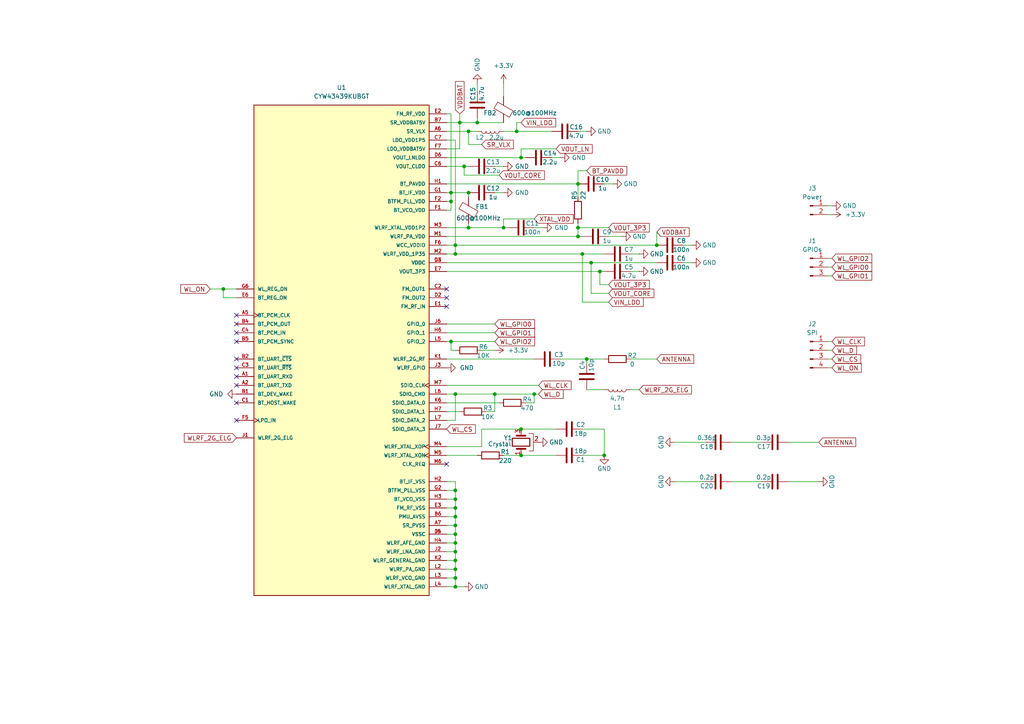
<source format=kicad_sch>
(kicad_sch (version 20231120) (generator "eeschema") (generator_version "8.0")
  (paper "A4")
  (lib_symbols
    (symbol "CYW43439:CYW43439KUBGT" (pin_names (offset 1.016))
      (property "Reference" "U" (at -25.4 73.66 0))
      (property "Value" "CYW43439KUBGT" (at -25.4 -73.66 0))
      (symbol "CYW43439KUBGT_0_0"
        (rectangle (start -25.4 -71.12) (end 25.4 71.12) (stroke (width 0.254)) (fill (type background)))
        (pin input line (at -30.48 -7.62 0) (length 5.08) (name "BT_UART_RXD") (number "A1"))
        (pin output line (at -30.48 -10.16 0) (length 5.08) (name "BT_UART_TXD") (number "A2"))
        (pin bidirectional clock (at -30.48 10.16 0) (length 5.08) (name "BT_PCM_CLK") (number "A5"))
        (pin power_in line (at 30.48 63.5 180) (length 5.08) (name "SR_VLX") (number "A6"))
        (pin power_in line (at 30.48 -50.8 180) (length 5.08) (name "SR_PVSS") (number "A7"))
        (pin bidirectional line (at -30.48 -12.7 0) (length 5.08) (name "BT_DEV_WAKE") (number "B1"))
        (pin input line (at -30.48 -2.54 0) (length 5.08) (name "BT_UART_~{CTS}") (number "B2"))
        (pin output line (at -30.48 7.62 0) (length 5.08) (name "BT_PCM_OUT") (number "B4"))
        (pin bidirectional line (at -30.48 2.54 0) (length 5.08) (name "BT_PCM_SYNC") (number "B5"))
        (pin power_in line (at 30.48 -48.26 180) (length 5.08) (name "PMU_AVSS") (number "B6"))
        (pin power_in line (at 30.48 66.04 180) (length 5.08) (name "SR_VDDBAT5V") (number "B7"))
        (pin bidirectional line (at -30.48 -15.24 0) (length 5.08) (name "BT_HOST_WAKE") (number "C1"))
        (pin output line (at 30.48 17.78 180) (length 5.08) (name "FM_OUT1") (number "C2"))
        (pin output line (at -30.48 -5.08 0) (length 5.08) (name "BT_UART_~{RTS}") (number "C3"))
        (pin input line (at -30.48 5.08 0) (length 5.08) (name "BT_PCM_IN") (number "C4"))
        (pin power_in line (at 30.48 53.34 180) (length 5.08) (name "VOUT_CLDO") (number "C6"))
        (pin power_in line (at 30.48 60.96 180) (length 5.08) (name "LDO_VDD1P5") (number "C7"))
        (pin output line (at 30.48 15.24 180) (length 5.08) (name "FM_OUT2") (number "D2"))
        (pin power_in line (at 30.48 25.4 180) (length 5.08) (name "VDDC") (number "D3"))
        (pin power_in line (at 30.48 -53.34 180) (length 5.08) (name "VSSC") (number "D4"))
        (pin power_in line (at 30.48 55.88 180) (length 5.08) (name "VOUT_LNLDO") (number "D6"))
        (pin input line (at 30.48 12.7 180) (length 5.08) (name "FM_RF_IN") (number "E1"))
        (pin bidirectional line (at 30.48 68.58 180) (length 5.08) (name "FM_RF_VDD") (number "E2"))
        (pin power_in line (at 30.48 -45.72 180) (length 5.08) (name "FM_RF_VSS") (number "E3"))
        (pin input line (at -30.48 15.24 0) (length 5.08) (name "BT_REG_ON") (number "E6"))
        (pin power_in line (at 30.48 22.86 180) (length 5.08) (name "VOUT_3P3") (number "E7"))
        (pin power_in line (at 30.48 40.64 180) (length 5.08) (name "BT_VCO_VDD") (number "F1"))
        (pin power_in line (at 30.48 43.18 180) (length 5.08) (name "BTFM_PLL_VDD") (number "F2"))
        (pin input clock (at -30.48 -20.32 0) (length 5.08) (name "LPO_IN") (number "F5"))
        (pin power_in line (at 30.48 30.48 180) (length 5.08) (name "WCC_VDDIO") (number "F6"))
        (pin power_in line (at 30.48 58.42 180) (length 5.08) (name "LDO_VDDBAT5V") (number "F7"))
        (pin power_in line (at 30.48 45.72 180) (length 5.08) (name "BT_IF_VDD") (number "G1"))
        (pin power_in line (at 30.48 -40.64 180) (length 5.08) (name "BTFM_PLL_VSS") (number "G2"))
        (pin power_in line (at 30.48 25.4 180) (length 5.08) (name "VDDC") (number "G4"))
        (pin input line (at -30.48 17.78 0) (length 5.08) (name "WL_REG_ON") (number "G6"))
        (pin power_in line (at 30.48 48.26 180) (length 5.08) (name "BT_PAVDD") (number "H1"))
        (pin power_in line (at 30.48 -38.1 180) (length 5.08) (name "BT_IF_VSS") (number "H2"))
        (pin power_in line (at 30.48 -43.18 180) (length 5.08) (name "BT_VCO_VSS") (number "H3"))
        (pin power_in line (at 30.48 -55.88 180) (length 5.08) (name "WLRF_AFE_GND") (number "H4"))
        (pin bidirectional line (at 30.48 5.08 180) (length 5.08) (name "GPIO_1") (number "H6"))
        (pin bidirectional line (at 30.48 -17.78 180) (length 5.08) (name "SDIO_DATA_1") (number "H7"))
        (pin input line (at -30.48 -25.4 0) (length 5.08) (name "WLRF_2G_ELG") (number "J1"))
        (pin power_in line (at 30.48 -58.42 180) (length 5.08) (name "WLRF_LNA_GND") (number "J2"))
        (pin bidirectional line (at 30.48 -5.08 180) (length 5.08) (name "WLRF_GPIO") (number "J3"))
        (pin power_in line (at 30.48 -53.34 180) (length 5.08) (name "VSSC") (number "J5"))
        (pin bidirectional line (at 30.48 7.62 180) (length 5.08) (name "GPIO_0") (number "J6"))
        (pin bidirectional line (at 30.48 -22.86 180) (length 5.08) (name "SDIO_DATA_3") (number "J7"))
        (pin output line (at 30.48 -2.54 180) (length 5.08) (name "WLRF_2G_RF") (number "K1"))
        (pin power_in line (at 30.48 -60.96 180) (length 5.08) (name "WLRF_GENERAL_GND") (number "K2"))
        (pin bidirectional line (at 30.48 -15.24 180) (length 5.08) (name "SDIO_DATA_0") (number "K6"))
        (pin power_in line (at 30.48 -63.5 180) (length 5.08) (name "WLRF_PA_GND") (number "L2"))
        (pin power_in line (at 30.48 -66.04 180) (length 5.08) (name "WLRF_VCO_GND") (number "L3"))
        (pin power_in line (at 30.48 -68.58 180) (length 5.08) (name "WLRF_XTAL_GND") (number "L4"))
        (pin bidirectional line (at 30.48 2.54 180) (length 5.08) (name "GPIO_2") (number "L5"))
        (pin bidirectional line (at 30.48 -12.7 180) (length 5.08) (name "SDIO_CMD") (number "L6"))
        (pin bidirectional line (at 30.48 -20.32 180) (length 5.08) (name "SDIO_DATA_2") (number "L7"))
        (pin power_in line (at 30.48 33.02 180) (length 5.08) (name "WLRF_PA_VDD") (number "M1"))
        (pin power_in line (at 30.48 27.94 180) (length 5.08) (name "WLRF_VDD_1P35") (number "M2"))
        (pin power_in line (at 30.48 35.56 180) (length 5.08) (name "WLRF_XTAL_VDD1P2") (number "M3"))
        (pin input clock (at 30.48 -27.94 180) (length 5.08) (name "WLRF_XTAL_XOP") (number "M4"))
        (pin output clock (at 30.48 -30.48 180) (length 5.08) (name "WLRF_XTAL_XON") (number "M5"))
        (pin output line (at 30.48 -33.02 180) (length 5.08) (name "CLK_REQ") (number "M6"))
        (pin input clock (at 30.48 -10.16 180) (length 5.08) (name "SDIO_CLK") (number "M7"))
      )
    )
    (symbol "Connector:Conn_01x02_Pin" (pin_names (offset 1.016) hide)
      (property "Reference" "J" (at 0 2.54 0))
      (property "Value" "Conn_01x02_Pin" (at 0 -5.08 0))
      (symbol "Conn_01x02_Pin_1_1"
        (polyline (pts (xy 1.27 -2.54) (xy 0.8636 -2.54)) (stroke (width 0.1524)))
        (polyline (pts (xy 1.27 0) (xy 0.8636 0)) (stroke (width 0.1524)))
        (rectangle (start 0.8636 -2.413) (end 0 -2.667) (stroke (width 0.1524)) (fill (type outline)))
        (rectangle (start 0.8636 0.127) (end 0 -0.127) (stroke (width 0.1524)) (fill (type outline)))
        (pin passive line (at 5.08 0 180) (length 3.81) (name "Pin_1") (number "1"))
        (pin passive line (at 5.08 -2.54 180) (length 3.81) (name "Pin_2") (number "2"))
      )
    )
    (symbol "Connector:Conn_01x03_Pin" (pin_names (offset 1.016) hide)
      (property "Reference" "J" (at 0 5.08 0))
      (property "Value" "Conn_01x03_Pin" (at 0 -5.08 0))
      (symbol "Conn_01x03_Pin_1_1"
        (polyline (pts (xy 1.27 -2.54) (xy 0.8636 -2.54)) (stroke (width 0.1524)))
        (polyline (pts (xy 1.27 0) (xy 0.8636 0)) (stroke (width 0.1524)))
        (polyline (pts (xy 1.27 2.54) (xy 0.8636 2.54)) (stroke (width 0.1524)))
        (rectangle (start 0.8636 -2.413) (end 0 -2.667) (stroke (width 0.1524)) (fill (type outline)))
        (rectangle (start 0.8636 0.127) (end 0 -0.127) (stroke (width 0.1524)) (fill (type outline)))
        (rectangle (start 0.8636 2.667) (end 0 2.413) (stroke (width 0.1524)) (fill (type outline)))
        (pin passive line (at 5.08 2.54 180) (length 3.81) (name "Pin_1") (number "1"))
        (pin passive line (at 5.08 0 180) (length 3.81) (name "Pin_2") (number "2"))
        (pin passive line (at 5.08 -2.54 180) (length 3.81) (name "Pin_3") (number "3"))
      )
    )
    (symbol "Connector:Conn_01x04_Pin" (pin_names (offset 1.016) hide)
      (property "Reference" "J" (at 0 5.08 0))
      (property "Value" "Conn_01x04_Pin" (at 0 -7.62 0))
      (symbol "Conn_01x04_Pin_1_1"
        (polyline (pts (xy 1.27 -5.08) (xy 0.8636 -5.08)) (stroke (width 0.1524)))
        (polyline (pts (xy 1.27 -2.54) (xy 0.8636 -2.54)) (stroke (width 0.1524)))
        (polyline (pts (xy 1.27 0) (xy 0.8636 0)) (stroke (width 0.1524)))
        (polyline (pts (xy 1.27 2.54) (xy 0.8636 2.54)) (stroke (width 0.1524)))
        (rectangle (start 0.8636 -4.953) (end 0 -5.207) (stroke (width 0.1524)) (fill (type outline)))
        (rectangle (start 0.8636 -2.413) (end 0 -2.667) (stroke (width 0.1524)) (fill (type outline)))
        (rectangle (start 0.8636 0.127) (end 0 -0.127) (stroke (width 0.1524)) (fill (type outline)))
        (rectangle (start 0.8636 2.667) (end 0 2.413) (stroke (width 0.1524)) (fill (type outline)))
        (pin passive line (at 5.08 2.54 180) (length 3.81) (name "Pin_1") (number "1"))
        (pin passive line (at 5.08 0 180) (length 3.81) (name "Pin_2") (number "2"))
        (pin passive line (at 5.08 -2.54 180) (length 3.81) (name "Pin_3") (number "3"))
        (pin passive line (at 5.08 -5.08 180) (length 3.81) (name "Pin_4") (number "4"))
      )
    )
    (symbol "Device:C" (pin_numbers hide) (pin_names (offset 0.254))
      (property "Reference" "C" (at 0.635 2.54 0))
      (property "Value" "C" (at 0.635 -2.54 0))
      (symbol "C_0_1"
        (polyline (pts (xy -2.032 -0.762) (xy 2.032 -0.762)) (stroke (width 0.508)))
        (polyline (pts (xy -2.032 0.762) (xy 2.032 0.762)) (stroke (width 0.508)))
      )
      (symbol "C_1_1"
        (pin passive line (at 0 3.81 270) (length 2.794) (name "~") (number "1"))
        (pin passive line (at 0 -3.81 90) (length 2.794) (name "~") (number "2"))
      )
    )
    (symbol "Device:Crystal_GND2" (pin_names (offset 1.016) hide)
      (property "Reference" "Y" (at 0 5.715 0))
      (property "Value" "Crystal_GND2" (at 0 3.81 0))
      (symbol "Crystal_GND2_0_1"
        (rectangle (start -1.143 2.54) (end 1.143 -2.54) (stroke (width 0.3048)))
        (polyline (pts (xy -2.54 0) (xy -1.905 0)))
        (polyline (pts (xy -1.905 -1.27) (xy -1.905 1.27)) (stroke (width 0.508)))
        (polyline (pts (xy 0 -3.81) (xy 0 -3.556)))
        (polyline (pts (xy 1.905 0) (xy 2.54 0)))
        (polyline (pts (xy 1.905 1.27) (xy 1.905 -1.27)) (stroke (width 0.508)))
        (polyline (pts (xy -2.54 -2.286) (xy -2.54 -3.556) (xy 2.54 -3.556) (xy 2.54 -2.286)))
      )
      (symbol "Crystal_GND2_1_1"
        (pin passive line (at -3.81 0 0) (length 1.27) (name "1") (number "1"))
        (pin passive line (at 0 -5.08 90) (length 1.27) (name "2") (number "2"))
        (pin passive line (at 3.81 0 180) (length 1.27) (name "3") (number "3"))
      )
    )
    (symbol "Device:FerriteBead" (pin_numbers hide) (pin_names (offset 0))
      (property "Reference" "FB" (at -3.81 0.635 90))
      (property "Value" "FerriteBead" (at 3.81 0 90))
      (symbol "FerriteBead_0_1"
        (polyline (pts (xy 0 -1.27) (xy 0 -1.2192)))
        (polyline (pts (xy 0 1.27) (xy 0 1.2954)))
        (polyline (pts (xy -2.7686 0.4064) (xy -1.7018 2.2606) (xy 2.7686 -0.3048) (xy 1.6764 -2.159) (xy -2.7686 0.4064)))
      )
      (symbol "FerriteBead_1_1"
        (pin passive line (at 0 3.81 270) (length 2.54) (name "~") (number "1"))
        (pin passive line (at 0 -3.81 90) (length 2.54) (name "~") (number "2"))
      )
    )
    (symbol "Device:L" (pin_numbers hide) (pin_names (offset 1.016) hide)
      (property "Reference" "L" (at -1.27 0 90))
      (property "Value" "L" (at 1.905 0 90))
      (symbol "L_0_1"
        (arc (start 0 -2.54) (mid 0.6323 -1.905) (end 0 -1.27))
        (arc (start 0 -1.27) (mid 0.6323 -0.635) (end 0 0))
        (arc (start 0 0) (mid 0.6323 0.635) (end 0 1.27))
        (arc (start 0 1.27) (mid 0.6323 1.905) (end 0 2.54))
      )
      (symbol "L_1_1"
        (pin passive line (at 0 3.81 270) (length 1.27) (name "1") (number "1"))
        (pin passive line (at 0 -3.81 90) (length 1.27) (name "2") (number "2"))
      )
    )
    (symbol "Device:R" (pin_numbers hide) (pin_names (offset 0))
      (property "Reference" "R" (at 2.032 0 90))
      (property "Value" "R" (at 0 0 90))
      (symbol "R_0_1"
        (rectangle (start -1.016 -2.54) (end 1.016 2.54) (stroke (width 0.254)))
      )
      (symbol "R_1_1"
        (pin passive line (at 0 3.81 270) (length 1.27) (name "~") (number "1"))
        (pin passive line (at 0 -3.81 90) (length 1.27) (name "~") (number "2"))
      )
    )
    (symbol "power:+3.3V" (power) (pin_numbers hide) (pin_names (offset 0) hide)
      (property "Value" "+3.3V" (at 0 3.556 0))
      (symbol "+3.3V_0_1"
        (polyline (pts (xy -0.762 1.27) (xy 0 2.54)))
        (polyline (pts (xy 0 0) (xy 0 2.54)))
        (polyline (pts (xy 0 2.54) (xy 0.762 1.27)))
      )
      (symbol "+3.3V_1_1"
        (pin power_in line (at 0 0 90) (length 0) (name "~") (number "1"))
      )
    )
    (symbol "power:GND" (power) (pin_numbers hide) (pin_names (offset 0) hide)
      (property "Value" "GND" (at 0 -3.81 0))
      (symbol "GND_0_1"
        (polyline (pts (xy 0 0) (xy 0 -1.27) (xy 1.27 -1.27) (xy 0 -2.54) (xy -1.27 -1.27) (xy 0 -1.27)))
      )
      (symbol "GND_1_1"
        (pin power_in line (at 0 0 270) (length 0) (name "~") (number "1"))
      )
    )
  )
  (junction (at 146.05 66.04))
  (junction (at 151.13 45.72))
  (junction (at 151.13 132.08))
  (junction (at 190.5 71.12))
  (junction (at 135.89 55.88))
  (junction (at 132.08 142.24))
  (junction (at 132.08 162.56))
  (junction (at 130.81 99.06))
  (junction (at 130.81 58.42))
  (junction (at 170.18 104.14))
  (junction (at 133.35 35.56))
  (junction (at 134.62 48.26))
  (junction (at 132.08 144.78))
  (junction (at 132.08 73.66))
  (junction (at 132.08 157.48))
  (junction (at 167.64 53.34))
  (junction (at 132.08 147.32))
  (junction (at 173.99 78.74))
  (junction (at 130.81 55.88))
  (junction (at 171.45 76.2))
  (junction (at 132.08 167.64))
  (junction (at 132.08 160.02))
  (junction (at 135.89 38.1))
  (junction (at 143.51 114.3))
  (junction (at 175.26 132.08))
  (junction (at 132.08 154.94))
  (junction (at 132.08 114.3))
  (junction (at 135.89 66.04))
  (junction (at 154.94 114.3))
  (junction (at 138.43 35.56))
  (junction (at 132.08 170.18))
  (junction (at 64.77 83.82))
  (junction (at 167.64 66.04))
  (junction (at 132.08 165.1))
  (junction (at 149.86 38.1))
  (junction (at 168.91 73.66))
  (junction (at 132.08 71.12))
  (junction (at 132.08 149.86))
  (junction (at 151.13 124.46))
  (junction (at 132.08 152.4))
  (junction (at 167.64 68.58))
  (no_connect (at 129.54 134.62))
  (no_connect (at 129.54 88.9))
  (no_connect (at 129.54 83.82))
  (no_connect (at 129.54 86.36))
  (no_connect (at 68.58 106.68))
  (no_connect (at 68.58 99.06))
  (no_connect (at 68.58 121.92))
  (no_connect (at 68.58 93.98))
  (no_connect (at 68.58 109.22))
  (no_connect (at 68.58 116.84))
  (no_connect (at 68.58 111.76))
  (no_connect (at 68.58 96.52))
  (no_connect (at 68.58 104.14))
  (no_connect (at 68.58 91.44))
  (wire (pts (xy 154.94 116.84) (xy 154.94 114.3)))
  (wire (pts (xy 132.08 114.3) (xy 143.51 114.3)))
  (wire (pts (xy 241.3 74.93) (xy 240.03 74.93)))
  (wire (pts (xy 138.43 35.56) (xy 146.05 35.56)))
  (wire (pts (xy 129.54 38.1) (xy 135.89 38.1)))
  (wire (pts (xy 130.81 58.42) (xy 130.81 55.88)))
  (wire (pts (xy 160.02 45.72) (xy 162.56 45.72)))
  (wire (pts (xy 146.05 63.5) (xy 146.05 66.04)))
  (wire (pts (xy 132.08 139.7) (xy 129.54 139.7)))
  (wire (pts (xy 132.08 149.86) (xy 132.08 152.4)))
  (wire (pts (xy 129.54 119.38) (xy 133.35 119.38)))
  (wire (pts (xy 162.56 104.14) (xy 170.18 104.14)))
  (wire (pts (xy 200.66 76.2) (xy 198.12 76.2)))
  (wire (pts (xy 170.18 104.14) (xy 175.26 104.14)))
  (wire (pts (xy 170.18 38.1) (xy 167.64 38.1)))
  (wire (pts (xy 212.09 139.7) (xy 220.98 139.7)))
  (wire (pts (xy 228.6 139.7) (xy 237.49 139.7)))
  (wire (pts (xy 129.54 76.2) (xy 171.45 76.2)))
  (wire (pts (xy 170.18 49.53) (xy 167.64 49.53)))
  (wire (pts (xy 135.89 64.77) (xy 135.89 66.04)))
  (wire (pts (xy 132.08 165.1) (xy 129.54 165.1)))
  (wire (pts (xy 132.08 71.12) (xy 132.08 73.66)))
  (wire (pts (xy 241.3 80.01) (xy 240.03 80.01)))
  (wire (pts (xy 130.81 60.96) (xy 130.81 58.42)))
  (wire (pts (xy 167.64 64.77) (xy 167.64 66.04)))
  (wire (pts (xy 130.81 55.88) (xy 135.89 55.88)))
  (wire (pts (xy 132.08 71.12) (xy 190.5 71.12)))
  (wire (pts (xy 170.18 104.14) (xy 170.18 105.41)))
  (wire (pts (xy 132.08 142.24) (xy 132.08 144.78)))
  (wire (pts (xy 132.08 73.66) (xy 168.91 73.66)))
  (wire (pts (xy 151.13 43.18) (xy 151.13 45.72)))
  (wire (pts (xy 129.54 43.18) (xy 133.35 43.18)))
  (wire (pts (xy 228.6 128.27) (xy 237.49 128.27)))
  (wire (pts (xy 167.64 66.04) (xy 176.53 66.04)))
  (wire (pts (xy 132.08 147.32) (xy 129.54 147.32)))
  (wire (pts (xy 132.08 101.6) (xy 130.81 101.6)))
  (wire (pts (xy 146.05 38.1) (xy 149.86 38.1)))
  (wire (pts (xy 151.13 132.08) (xy 161.29 132.08)))
  (wire (pts (xy 130.81 33.02) (xy 130.81 55.88)))
  (wire (pts (xy 143.51 93.98) (xy 129.54 93.98)))
  (wire (pts (xy 133.35 33.02) (xy 133.35 35.56)))
  (wire (pts (xy 176.53 85.09) (xy 171.45 85.09)))
  (wire (pts (xy 132.08 170.18) (xy 129.54 170.18)))
  (wire (pts (xy 173.99 78.74) (xy 175.26 78.74)))
  (wire (pts (xy 171.45 85.09) (xy 171.45 76.2)))
  (wire (pts (xy 132.08 154.94) (xy 129.54 154.94)))
  (wire (pts (xy 185.42 73.66) (xy 182.88 73.66)))
  (wire (pts (xy 143.51 114.3) (xy 154.94 114.3)))
  (wire (pts (xy 133.35 35.56) (xy 138.43 35.56)))
  (wire (pts (xy 64.77 86.36) (xy 64.77 83.82)))
  (wire (pts (xy 173.99 82.55) (xy 173.99 78.74)))
  (wire (pts (xy 143.51 101.6) (xy 139.7 101.6)))
  (wire (pts (xy 132.08 165.1) (xy 132.08 167.64)))
  (wire (pts (xy 129.54 33.02) (xy 130.81 33.02)))
  (wire (pts (xy 168.91 73.66) (xy 175.26 73.66)))
  (wire (pts (xy 143.51 96.52) (xy 129.54 96.52)))
  (wire (pts (xy 132.08 139.7) (xy 132.08 142.24)))
  (wire (pts (xy 129.54 66.04) (xy 135.89 66.04)))
  (wire (pts (xy 154.94 66.04) (xy 157.48 66.04)))
  (wire (pts (xy 177.8 53.34) (xy 175.26 53.34)))
  (wire (pts (xy 241.3 99.06) (xy 240.03 99.06)))
  (wire (pts (xy 241.3 106.68) (xy 240.03 106.68)))
  (wire (pts (xy 146.05 24.13) (xy 146.05 27.94)))
  (wire (pts (xy 132.08 162.56) (xy 129.54 162.56)))
  (wire (pts (xy 151.13 124.46) (xy 161.29 124.46)))
  (wire (pts (xy 176.53 87.63) (xy 168.91 87.63)))
  (wire (pts (xy 129.54 111.76) (xy 156.21 111.76)))
  (wire (pts (xy 132.08 152.4) (xy 129.54 152.4)))
  (wire (pts (xy 129.54 116.84) (xy 144.78 116.84)))
  (wire (pts (xy 138.43 26.67) (xy 138.43 24.13)))
  (wire (pts (xy 132.08 160.02) (xy 129.54 160.02)))
  (wire (pts (xy 132.08 167.64) (xy 129.54 167.64)))
  (wire (pts (xy 154.94 114.3) (xy 156.21 114.3)))
  (wire (pts (xy 132.08 167.64) (xy 132.08 170.18)))
  (wire (pts (xy 129.54 35.56) (xy 133.35 35.56)))
  (wire (pts (xy 154.94 63.5) (xy 146.05 63.5)))
  (wire (pts (xy 129.54 121.92) (xy 132.08 121.92)))
  (wire (pts (xy 129.54 40.64) (xy 132.08 40.64)))
  (wire (pts (xy 185.42 78.74) (xy 182.88 78.74)))
  (wire (pts (xy 168.91 68.58) (xy 167.64 68.58)))
  (wire (pts (xy 129.54 68.58) (xy 167.64 68.58)))
  (wire (pts (xy 241.3 62.23) (xy 240.03 62.23)))
  (wire (pts (xy 149.86 38.1) (xy 160.02 38.1)))
  (wire (pts (xy 132.08 40.64) (xy 132.08 71.12)))
  (wire (pts (xy 132.08 149.86) (xy 129.54 149.86)))
  (wire (pts (xy 195.58 128.27) (xy 204.47 128.27)))
  (wire (pts (xy 185.42 113.03) (xy 182.88 113.03)))
  (wire (pts (xy 129.54 132.08) (xy 138.43 132.08)))
  (wire (pts (xy 132.08 157.48) (xy 129.54 157.48)))
  (wire (pts (xy 132.08 121.92) (xy 132.08 114.3)))
  (wire (pts (xy 135.89 66.04) (xy 146.05 66.04)))
  (wire (pts (xy 190.5 67.31) (xy 190.5 71.12)))
  (wire (pts (xy 139.7 41.91) (xy 135.89 41.91)))
  (wire (pts (xy 129.54 129.54) (xy 139.7 129.54)))
  (wire (pts (xy 143.51 99.06) (xy 130.81 99.06)))
  (wire (pts (xy 147.32 66.04) (xy 146.05 66.04)))
  (wire (pts (xy 129.54 45.72) (xy 151.13 45.72)))
  (wire (pts (xy 143.51 55.88) (xy 146.05 55.88)))
  (wire (pts (xy 241.3 104.14) (xy 240.03 104.14)))
  (wire (pts (xy 132.08 147.32) (xy 132.08 149.86)))
  (wire (pts (xy 241.3 77.47) (xy 240.03 77.47)))
  (wire (pts (xy 60.96 83.82) (xy 64.77 83.82)))
  (wire (pts (xy 129.54 114.3) (xy 132.08 114.3)))
  (wire (pts (xy 195.58 139.7) (xy 204.47 139.7)))
  (wire (pts (xy 151.13 45.72) (xy 152.4 45.72)))
  (wire (pts (xy 132.08 144.78) (xy 132.08 147.32)))
  (wire (pts (xy 175.26 113.03) (xy 170.18 113.03)))
  (wire (pts (xy 143.51 48.26) (xy 146.05 48.26)))
  (wire (pts (xy 133.35 43.18) (xy 133.35 35.56)))
  (wire (pts (xy 168.91 124.46) (xy 175.26 124.46)))
  (wire (pts (xy 132.08 142.24) (xy 129.54 142.24)))
  (wire (pts (xy 168.91 87.63) (xy 168.91 73.66)))
  (wire (pts (xy 152.4 116.84) (xy 154.94 116.84)))
  (wire (pts (xy 132.08 162.56) (xy 132.08 165.1)))
  (wire (pts (xy 241.3 59.69) (xy 240.03 59.69)))
  (wire (pts (xy 180.34 68.58) (xy 176.53 68.58)))
  (wire (pts (xy 64.77 83.82) (xy 68.58 83.82)))
  (wire (pts (xy 167.64 66.04) (xy 167.64 68.58)))
  (wire (pts (xy 129.54 60.96) (xy 130.81 60.96)))
  (wire (pts (xy 167.64 49.53) (xy 167.64 53.34)))
  (wire (pts (xy 134.62 48.26) (xy 135.89 48.26)))
  (wire (pts (xy 149.86 35.56) (xy 149.86 38.1)))
  (wire (pts (xy 135.89 41.91) (xy 135.89 38.1)))
  (wire (pts (xy 139.7 129.54) (xy 139.7 124.46)))
  (wire (pts (xy 129.54 73.66) (xy 132.08 73.66)))
  (wire (pts (xy 135.89 55.88) (xy 135.89 57.15)))
  (wire (pts (xy 144.78 50.8) (xy 134.62 50.8)))
  (wire (pts (xy 68.58 86.36) (xy 64.77 86.36)))
  (wire (pts (xy 171.45 76.2) (xy 190.5 76.2)))
  (wire (pts (xy 140.97 119.38) (xy 143.51 119.38)))
  (wire (pts (xy 135.89 38.1) (xy 138.43 38.1)))
  (wire (pts (xy 132.08 154.94) (xy 132.08 157.48)))
  (wire (pts (xy 134.62 170.18) (xy 132.08 170.18)))
  (wire (pts (xy 132.08 157.48) (xy 132.08 160.02)))
  (wire (pts (xy 138.43 34.29) (xy 138.43 35.56)))
  (wire (pts (xy 132.08 144.78) (xy 129.54 144.78)))
  (wire (pts (xy 175.26 124.46) (xy 175.26 132.08)))
  (wire (pts (xy 134.62 50.8) (xy 134.62 48.26)))
  (wire (pts (xy 129.54 58.42) (xy 130.81 58.42)))
  (wire (pts (xy 212.09 128.27) (xy 220.98 128.27)))
  (wire (pts (xy 129.54 53.34) (xy 167.64 53.34)))
  (wire (pts (xy 168.91 132.08) (xy 175.26 132.08)))
  (wire (pts (xy 143.51 119.38) (xy 143.51 114.3)))
  (wire (pts (xy 182.88 104.14) (xy 190.5 104.14)))
  (wire (pts (xy 130.81 101.6) (xy 130.81 99.06)))
  (wire (pts (xy 200.66 71.12) (xy 198.12 71.12)))
  (wire (pts (xy 161.29 43.18) (xy 151.13 43.18)))
  (wire (pts (xy 176.53 82.55) (xy 173.99 82.55)))
  (wire (pts (xy 132.08 152.4) (xy 132.08 154.94)))
  (wire (pts (xy 167.64 53.34) (xy 167.64 57.15)))
  (wire (pts (xy 129.54 55.88) (xy 130.81 55.88)))
  (wire (pts (xy 146.05 132.08) (xy 151.13 132.08)))
  (wire (pts (xy 132.08 71.12) (xy 129.54 71.12)))
  (wire (pts (xy 132.08 160.02) (xy 132.08 162.56)))
  (wire (pts (xy 151.13 35.56) (xy 149.86 35.56)))
  (wire (pts (xy 129.54 104.14) (xy 154.94 104.14)))
  (wire (pts (xy 129.54 78.74) (xy 173.99 78.74)))
  (wire (pts (xy 139.7 124.46) (xy 151.13 124.46)))
  (wire (pts (xy 130.81 99.06) (xy 129.54 99.06)))
  (wire (pts (xy 129.54 48.26) (xy 134.62 48.26)))
  (wire (pts (xy 241.3 101.6) (xy 240.03 101.6)))
  (global_label "ANTENNA" (shape input) (at 190.5 104.14 0) (property "Intersheetrefs" "${INTERSHEET_REFS}" (effects (hide yes))))
  (global_label "WLRF_2G_ELG" (shape input) (at 68.58 127 180) (property "Intersheetrefs" "${INTERSHEET_REFS}" (effects (hide yes))))
  (global_label "VOUT_CORE" (shape input) (at 176.53 85.09 0) (property "Intersheetrefs" "${INTERSHEET_REFS}" (effects (hide yes))))
  (global_label "WL_ON" (shape input) (at 60.96 83.82 180) (property "Intersheetrefs" "${INTERSHEET_REFS}" (effects (hide yes))))
  (global_label "VIN_LDO" (shape input) (at 176.53 87.63 0) (property "Intersheetrefs" "${INTERSHEET_REFS}" (effects (hide yes))))
  (global_label "VDDBAT" (shape input) (at 190.5 67.31 0) (property "Intersheetrefs" "${INTERSHEET_REFS}" (effects (hide yes))))
  (global_label "BT_PAVDD" (shape input) (at 170.18 49.53 0) (property "Intersheetrefs" "${INTERSHEET_REFS}" (effects (hide yes))))
  (global_label "WL_CLK" (shape input) (at 241.3 99.06 0) (property "Intersheetrefs" "${INTERSHEET_REFS}" (effects (hide yes))))
  (global_label "WL_ON" (shape input) (at 241.3 106.68 0) (property "Intersheetrefs" "${INTERSHEET_REFS}" (effects (hide yes))))
  (global_label "WL_CS" (shape input) (at 129.54 124.46 0) (property "Intersheetrefs" "${INTERSHEET_REFS}" (effects (hide yes))))
  (global_label "VOUT_CORE" (shape input) (at 144.78 50.8 0) (property "Intersheetrefs" "${INTERSHEET_REFS}" (effects (hide yes))))
  (global_label "WL_D" (shape input) (at 156.21 114.3 0) (property "Intersheetrefs" "${INTERSHEET_REFS}" (effects (hide yes))))
  (global_label "VOUT_3P3" (shape input) (at 176.53 66.04 0) (property "Intersheetrefs" "${INTERSHEET_REFS}" (effects (hide yes))))
  (global_label "ANTENNA" (shape input) (at 237.49 128.27 0) (property "Intersheetrefs" "${INTERSHEET_REFS}" (effects (hide yes))))
  (global_label "WL_CLK" (shape input) (at 156.21 111.76 0) (property "Intersheetrefs" "${INTERSHEET_REFS}" (effects (hide yes))))
  (global_label "VDDBAT" (shape input) (at 133.35 33.02 90) (property "Intersheetrefs" "${INTERSHEET_REFS}" (effects (hide yes))))
  (global_label "WL_GPIO1" (shape input) (at 241.3 80.01 0) (property "Intersheetrefs" "${INTERSHEET_REFS}" (effects (hide yes))))
  (global_label "WL_GPIO1" (shape input) (at 143.51 96.52 0) (property "Intersheetrefs" "${INTERSHEET_REFS}" (effects (hide yes))))
  (global_label "SR_VLX" (shape input) (at 139.7 41.91 0) (property "Intersheetrefs" "${INTERSHEET_REFS}" (effects (hide yes))))
  (global_label "XTAL_VDD" (shape input) (at 154.94 63.5 0) (property "Intersheetrefs" "${INTERSHEET_REFS}" (effects (hide yes))))
  (global_label "VOUT_LN" (shape input) (at 161.29 43.18 0) (property "Intersheetrefs" "${INTERSHEET_REFS}" (effects (hide yes))))
  (global_label "WL_CS" (shape input) (at 241.3 104.14 0) (property "Intersheetrefs" "${INTERSHEET_REFS}" (effects (hide yes))))
  (global_label "WL_GPIO2" (shape input) (at 143.51 99.06 0) (property "Intersheetrefs" "${INTERSHEET_REFS}" (effects (hide yes))))
  (global_label "WL_D" (shape input) (at 241.3 101.6 0) (property "Intersheetrefs" "${INTERSHEET_REFS}" (effects (hide yes))))
  (global_label "WL_GPIO2" (shape input) (at 241.3 74.93 0) (property "Intersheetrefs" "${INTERSHEET_REFS}" (effects (hide yes))))
  (global_label "WLRF_2G_ELG" (shape input) (at 185.42 113.03 0) (property "Intersheetrefs" "${INTERSHEET_REFS}" (effects (hide yes))))
  (global_label "VOUT_3P3" (shape input) (at 176.53 82.55 0) (property "Intersheetrefs" "${INTERSHEET_REFS}" (effects (hide yes))))
  (global_label "WL_GPIO0" (shape input) (at 143.51 93.98 0) (property "Intersheetrefs" "${INTERSHEET_REFS}" (effects (hide yes))))
  (global_label "WL_GPIO0" (shape input) (at 241.3 77.47 0) (property "Intersheetrefs" "${INTERSHEET_REFS}" (effects (hide yes))))
  (global_label "VIN_LDO" (shape input) (at 151.13 35.56 0) (property "Intersheetrefs" "${INTERSHEET_REFS}" (effects (hide yes))))
  (symbol (lib_id "power:GND") (at 157.48 66.04 90) (unit 1)
    (property "Reference" "#PWR012" (effects (hide yes)))
    (property "Value" "GND" (at 160.782 66.04 90) (effects (justify right)))
    (property "Description" "Power symbol creates a global label with name \"GND\" , ground" (effects (hide yes)))
  )
  (symbol (lib_id "power:+3.3V") (at 146.05 24.13 0) (unit 1)
    (property "Reference" "#PWR017" (effects (hide yes)))
    (property "Value" "+3.3V" (at 146.05 19.05 0))
    (property "Description" "Power symbol creates a global label with name \"+3.3V\"" (effects (hide yes)))
  )
  (symbol (lib_id "CYW43439:CYW43439KUBGT") (at 99.06 101.6 0) (unit 1)
    (property "Reference" "U1" (at 99.06 25.4 0))
    (property "Value" "CYW43439KUBGT" (at 99.06 27.94 0))
    (property "Footprint" "CYW43439KUBGT:BGA63N40P7X12_287X487X55N" (effects (hide yes)))
    (property "MF" "Infineon Technologies" (effects (hide yes)))
    (property "MAXIMUM_PACKAGE_HEIGHT" "0.55mm" (effects (hide yes)))
    (property "Package" "UFBGA-63 Infineon" (effects (hide yes)))
    (property "Price" "None" (effects (hide yes)))
    (property "Check_prices" "https://www.snapeda.com/parts/CYW43439KUBGT/Infineon/view-part/?ref=eda" (effects (hide yes)))
    (property "STANDARD" "IPC-7351B" (effects (hide yes)))
    (property "PARTREV" "D" (effects (hide yes)))
    (property "SnapEDA_Link" "https://www.snapeda.com/parts/CYW43439KUBGT/Infineon/view-part/?ref=snap" (effects (hide yes)))
    (property "MP" "CYW43439KUBGT" (effects (hide yes)))
    (property "Purchase-URL" "https://www.snapeda.com/api/url_track_click_mouser/?unipart_id=12261702&manufacturer=Infineon Technologies&part_name=CYW43439KUBGT&search_term=None" (effects (hide yes)))
    (property "Description_1" "\nIC RF TxRx + MCU Bluetooth, WiFi 802.11a/b/g/n, Bluetooth v5.2 + EDR, Class 1, 2 2.4GHz 63-UFBGA, WLBGA\n" (effects (hide yes)))
    (property "Availability" "In Stock" (effects (hide yes)))
    (property "MANUFACTURER" "Infineon" (effects (hide yes)))
  )
  (symbol (lib_id "Device:C") (at 194.31 76.2 90) (unit 1)
    (property "Reference" "C6" (at 197.612 74.93 90))
    (property "Value" "100n" (at 197.612 77.47 90))
    (property "Footprint" "Capacitor_SMD:C_0603_1608Metric" (effects (hide yes)))
    (property "Description" "Unpolarized capacitor" (effects (hide yes)))
  )
  (symbol (lib_id "Device:C") (at 139.7 48.26 90) (unit 1)
    (property "Reference" "C13" (at 143.002 46.99 90))
    (property "Value" "2.2u" (at 143.002 49.53 90))
    (property "Footprint" "Capacitor_SMD:C_0603_1608Metric" (effects (hide yes)))
    (property "Description" "Unpolarized capacitor" (effects (hide yes)))
  )
  (symbol (lib_id "Device:Crystal_GND2") (at 151.13 128.27 90) (unit 1)
    (property "Reference" "Y1" (at 148.59 127 90) (effects (justify left)))
    (property "Value" "Crystal" (at 148.336 128.778 90) (effects (justify left)))
    (property "Footprint" "Crystal:Crystal_SMD_0603-4Pin_6.0x3.5mm" (effects (hide yes)))
    (property "Description" "Three pin crystal, GND on pin 2" (effects (hide yes)))
  )
  (symbol (lib_id "Device:C") (at 165.1 124.46 90) (unit 1)
    (property "Reference" "C2" (at 168.402 123.19 90))
    (property "Value" "18p" (at 168.402 125.73 90))
    (property "Footprint" "Capacitor_SMD:C_0603_1608Metric" (effects (hide yes)))
    (property "Description" "Unpolarized capacitor" (effects (hide yes)))
  )
  (symbol (lib_id "power:GND") (at 177.8 53.34 90) (unit 1)
    (property "Reference" "#PWR011" (effects (hide yes)))
    (property "Value" "GND" (at 180.848 53.34 90) (effects (justify right)))
    (property "Description" "Power symbol creates a global label with name \"GND\" , ground" (effects (hide yes)))
  )
  (symbol (lib_id "Device:C") (at 194.31 71.12 90) (unit 1)
    (property "Reference" "C8" (at 197.612 69.85 90))
    (property "Value" "100n" (at 197.612 72.39 90))
    (property "Footprint" "Capacitor_SMD:C_0603_1608Metric" (effects (hide yes)))
    (property "Description" "Unpolarized capacitor" (effects (hide yes)))
  )
  (symbol (lib_id "Device:C") (at 158.75 104.14 90) (unit 1)
    (property "Reference" "C3" (at 162.052 102.87 90))
    (property "Value" "10p" (at 162.052 105.41 90))
    (property "Footprint" "Capacitor_SMD:C_0603_1608Metric" (effects (hide yes)))
    (property "Description" "Unpolarized capacitor" (effects (hide yes)))
  )
  (symbol (lib_id "Device:C") (at 172.72 68.58 90) (unit 1)
    (property "Reference" "C9" (at 176.022 67.31 90))
    (property "Value" "1u" (at 176.022 69.85 90))
    (property "Footprint" "Capacitor_SMD:C_0603_1608Metric" (effects (hide yes)))
    (property "Description" "Unpolarized capacitor" (effects (hide yes)))
  )
  (symbol (lib_id "power:+3.3V") (at 241.3 62.23 270) (unit 1)
    (property "Reference" "#PWR021" (effects (hide yes)))
    (property "Value" "+3.3V" (at 245.11 62.2299 90) (effects (justify left)))
    (property "Description" "Power symbol creates a global label with name \"+3.3V\"" (effects (hide yes)))
  )
  (symbol (lib_id "power:GND") (at 200.66 71.12 90) (unit 1)
    (property "Reference" "#PWR09" (effects (hide yes)))
    (property "Value" "GND" (at 203.708 71.12 90) (effects (justify right)))
    (property "Description" "Power symbol creates a global label with name \"GND\" , ground" (effects (hide yes)))
  )
  (symbol (lib_id "Device:C") (at 179.07 78.74 90) (unit 1)
    (property "Reference" "C5" (at 182.372 77.47 90))
    (property "Value" "4.7u" (at 182.372 80.01 90))
    (property "Footprint" "Capacitor_SMD:C_0603_1608Metric" (effects (hide yes)))
    (property "Description" "Unpolarized capacitor" (effects (hide yes)))
  )
  (symbol (lib_id "power:GND") (at 195.58 139.7 270) (unit 1)
    (property "Reference" "#PWR023" (effects (hide yes)))
    (property "Value" "GND" (at 191.77 139.7 0))
    (property "Description" "Power symbol creates a global label with name \"GND\" , ground" (effects (hide yes)))
  )
  (symbol (lib_id "Device:C") (at 224.79 139.7 270) (unit 1)
    (property "Reference" "C19" (at 221.488 140.97 90))
    (property "Value" "0.2p" (at 221.488 138.43 90))
    (property "Footprint" "Capacitor_SMD:C_0402_1005Metric" (effects (hide yes)))
    (property "Description" "Unpolarized capacitor" (effects (hide yes)))
  )
  (symbol (lib_id "Device:R") (at 179.07 104.14 90) (unit 1)
    (property "Reference" "R2" (at 183.388 103.124 90))
    (property "Value" "0" (at 183.388 105.664 90))
    (property "Footprint" "Resistor_SMD:R_0603_1608Metric" (effects (hide yes)))
    (property "Description" "Resistor" (effects (hide yes)))
  )
  (symbol (lib_id "Device:C") (at 138.43 30.48 180) (unit 1)
    (property "Reference" "C15" (at 137.16 27.178 90))
    (property "Value" "4.7u" (at 139.7 27.178 90))
    (property "Footprint" "Capacitor_SMD:C_0603_1608Metric" (effects (hide yes)))
    (property "Description" "Unpolarized capacitor" (effects (hide yes)))
  )
  (symbol (lib_id "power:GND") (at 241.3 59.69 90) (unit 1)
    (property "Reference" "#PWR020" (effects (hide yes)))
    (property "Value" "GND" (at 244.348 59.69 90) (effects (justify right)))
    (property "Description" "Power symbol creates a global label with name \"GND\" , ground" (effects (hide yes)))
  )
  (symbol (lib_id "power:GND") (at 185.42 73.66 90) (unit 1)
    (property "Reference" "#PWR08" (effects (hide yes)))
    (property "Value" "GND" (at 188.468 73.66 90) (effects (justify right)))
    (property "Description" "Power symbol creates a global label with name \"GND\" , ground" (effects (hide yes)))
  )
  (symbol (lib_id "Device:C") (at 224.79 128.27 270) (unit 1)
    (property "Reference" "C17" (at 221.488 129.54 90))
    (property "Value" "0.3p" (at 221.488 127 90))
    (property "Footprint" "Capacitor_SMD:C_0402_1005Metric" (effects (hide yes)))
    (property "Description" "Unpolarized capacitor" (effects (hide yes)))
  )
  (symbol (lib_id "power:GND") (at 195.58 128.27 270) (unit 1)
    (property "Reference" "#PWR022" (effects (hide yes)))
    (property "Value" "GND" (at 191.77 128.27 0))
    (property "Description" "Power symbol creates a global label with name \"GND\" , ground" (effects (hide yes)))
  )
  (symbol (lib_id "Device:C") (at 156.21 45.72 90) (unit 1)
    (property "Reference" "C14" (at 159.512 44.45 90))
    (property "Value" "2.2u" (at 159.512 46.99 90))
    (property "Footprint" "Capacitor_SMD:C_0603_1608Metric" (effects (hide yes)))
    (property "Description" "Unpolarized capacitor" (effects (hide yes)))
  )
  (symbol (lib_id "power:GND") (at 68.58 114.3 270) (unit 1)
    (property "Reference" "#PWR04" (effects (hide yes)))
    (property "Value" "GND" (at 64.77 114.2999 90) (effects (justify right)))
    (property "Description" "Power symbol creates a global label with name \"GND\" , ground" (effects (hide yes)))
  )
  (symbol (lib_id "power:GND") (at 170.18 38.1 90) (unit 1)
    (property "Reference" "#PWR018" (effects (hide yes)))
    (property "Value" "GND" (at 173.228 38.1 90) (effects (justify right)))
    (property "Description" "Power symbol creates a global label with name \"GND\" , ground" (effects (hide yes)))
  )
  (symbol (lib_id "power:GND") (at 134.62 170.18 90) (unit 1)
    (property "Reference" "#PWR05" (effects (hide yes)))
    (property "Value" "GND" (at 137.668 170.18 90) (effects (justify right)))
    (property "Description" "Power symbol creates a global label with name \"GND\" , ground" (effects (hide yes)))
  )
  (symbol (lib_id "power:+3.3V") (at 143.51 101.6 270) (unit 1)
    (property "Reference" "#PWR019" (effects (hide yes)))
    (property "Value" "+3.3V" (at 147.32 101.5999 90) (effects (justify left)))
    (property "Description" "Power symbol creates a global label with name \"+3.3V\"" (effects (hide yes)))
  )
  (symbol (lib_id "power:GND") (at 237.49 139.7 90) (unit 1)
    (property "Reference" "#PWR024" (effects (hide yes)))
    (property "Value" "GND" (at 241.3 139.7 0))
    (property "Description" "Power symbol creates a global label with name \"GND\" , ground" (effects (hide yes)))
  )
  (symbol (lib_id "Device:L") (at 142.24 38.1 270) (unit 1)
    (property "Reference" "L2" (at 139.192 39.878 90))
    (property "Value" "2.2u" (at 144.018 39.878 90))
    (property "Footprint" "Inductor_SMD:L_0603_1608Metric" (effects (hide yes)))
    (property "Description" "Inductor" (effects (hide yes)))
  )
  (symbol (lib_id "Device:C") (at 208.28 128.27 270) (unit 1)
    (property "Reference" "C18" (at 204.978 129.54 90))
    (property "Value" "0.36p" (at 204.978 127 90))
    (property "Footprint" "Capacitor_SMD:C_0402_1005Metric" (effects (hide yes)))
    (property "Description" "Unpolarized capacitor" (effects (hide yes)))
  )
  (symbol (lib_id "power:GND") (at 180.34 68.58 90) (unit 1)
    (property "Reference" "#PWR010" (effects (hide yes)))
    (property "Value" "GND" (at 183.388 68.58 90) (effects (justify right)))
    (property "Description" "Power symbol creates a global label with name \"GND\" , ground" (effects (hide yes)))
  )
  (symbol (lib_id "Connector:Conn_01x03_Pin") (at 234.95 77.47 0) (unit 1)
    (property "Reference" "J1" (at 235.585 69.85 0))
    (property "Value" "GPIOs" (at 235.585 72.39 0))
    (property "Footprint" "Connector_PinHeader_2.54mm:PinHeader_1x03_P2.54mm_Vertical" (effects (hide yes)))
    (property "Description" "Generic connector, single row, 01x03, script generated" (effects (hide yes)))
  )
  (symbol (lib_id "Device:C") (at 165.1 132.08 90) (unit 1)
    (property "Reference" "C1" (at 168.402 133.35 90))
    (property "Value" "18p" (at 168.402 130.81 90))
    (property "Footprint" "Capacitor_SMD:C_0603_1608Metric" (effects (hide yes)))
    (property "Description" "Unpolarized capacitor" (effects (hide yes)))
  )
  (symbol (lib_id "Device:C") (at 170.18 109.22 180) (unit 1)
    (property "Reference" "C4" (at 168.91 105.918 90))
    (property "Value" "10p" (at 171.45 105.918 90))
    (property "Footprint" "Capacitor_SMD:C_0603_1608Metric" (effects (hide yes)))
    (property "Description" "Unpolarized capacitor" (effects (hide yes)))
  )
  (symbol (lib_id "power:GND") (at 146.05 55.88 90) (unit 1)
    (property "Reference" "#PWR013" (effects (hide yes)))
    (property "Value" "GND" (at 149.352 55.88 90) (effects (justify right)))
    (property "Description" "Power symbol creates a global label with name \"GND\" , ground" (effects (hide yes)))
  )
  (symbol (lib_id "power:GND") (at 146.05 48.26 90) (unit 1)
    (property "Reference" "#PWR014" (effects (hide yes)))
    (property "Value" "GND" (at 149.352 48.26 90) (effects (justify right)))
    (property "Description" "Power symbol creates a global label with name \"GND\" , ground" (effects (hide yes)))
  )
  (symbol (lib_id "power:GND") (at 175.26 132.08 0) (unit 1)
    (property "Reference" "#PWR01" (effects (hide yes)))
    (property "Value" "GND" (at 175.26 135.89 0))
    (property "Description" "Power symbol creates a global label with name \"GND\" , ground" (effects (hide yes)))
  )
  (symbol (lib_id "Device:R") (at 142.24 132.08 90) (unit 1)
    (property "Reference" "R1" (at 146.558 131.064 90))
    (property "Value" "220" (at 146.558 133.604 90))
    (property "Footprint" "Resistor_SMD:R_0603_1608Metric" (effects (hide yes)))
    (property "Description" "Resistor" (effects (hide yes)))
  )
  (symbol (lib_id "Device:FerriteBead") (at 146.05 31.75 180) (unit 1)
    (property "Reference" "FB2" (at 144.018 32.766 0) (effects (justify left)))
    (property "Value" "600@100MHz" (at 161.544 32.766 0) (effects (justify left)))
    (property "Footprint" "Inductor_SMD:L_0603_1608Metric" (effects (hide yes)))
    (property "Description" "Ferrite bead" (effects (hide yes)))
  )
  (symbol (lib_id "power:GND") (at 162.56 45.72 90) (unit 1)
    (property "Reference" "#PWR015" (effects (hide yes)))
    (property "Value" "GND" (at 165.862 45.72 90) (effects (justify right)))
    (property "Description" "Power symbol creates a global label with name \"GND\" , ground" (effects (hide yes)))
  )
  (symbol (lib_id "power:GND") (at 185.42 78.74 90) (unit 1)
    (property "Reference" "#PWR06" (effects (hide yes)))
    (property "Value" "GND" (at 188.468 78.74 90) (effects (justify right)))
    (property "Description" "Power symbol creates a global label with name \"GND\" , ground" (effects (hide yes)))
  )
  (symbol (lib_id "Device:FerriteBead") (at 135.89 60.96 0) (unit 1)
    (property "Reference" "FB1" (at 137.922 59.944 0) (effects (justify left)))
    (property "Value" "600@100MHz" (at 132.334 63.246 0) (effects (justify left)))
    (property "Footprint" "Inductor_SMD:L_0603_1608Metric" (effects (hide yes)))
    (property "Description" "Ferrite bead" (effects (hide yes)))
  )
  (symbol (lib_id "Device:L") (at 179.07 113.03 270) (unit 1)
    (property "Reference" "L1" (at 179.07 118.11 90))
    (property "Value" "4.7n" (at 179.07 115.57 90))
    (property "Footprint" "Inductor_SMD:L_0603_1608Metric" (effects (hide yes)))
    (property "Description" "Inductor" (effects (hide yes)))
  )
  (symbol (lib_id "Device:R") (at 137.16 119.38 90) (unit 1)
    (property "Reference" "R3" (at 141.478 118.364 90))
    (property "Value" "10K" (at 141.478 120.904 90))
    (property "Footprint" "Resistor_SMD:R_0603_1608Metric" (effects (hide yes)))
    (property "Description" "Resistor" (effects (hide yes)))
  )
  (symbol (lib_id "Device:C") (at 208.28 139.7 270) (unit 1)
    (property "Reference" "C20" (at 204.978 140.97 90))
    (property "Value" "0.2p" (at 204.978 138.43 90))
    (property "Footprint" "Capacitor_SMD:C_0402_1005Metric" (effects (hide yes)))
    (property "Description" "Unpolarized capacitor" (effects (hide yes)))
  )
  (symbol (lib_id "Device:C") (at 171.45 53.34 90) (unit 1)
    (property "Reference" "C10" (at 174.752 52.07 90))
    (property "Value" "1u" (at 174.752 54.61 90))
    (property "Footprint" "Capacitor_SMD:C_0603_1608Metric" (effects (hide yes)))
    (property "Description" "Unpolarized capacitor" (effects (hide yes)))
  )
  (symbol (lib_id "Device:C") (at 151.13 66.04 90) (unit 1)
    (property "Reference" "C11" (at 154.432 64.77 90))
    (property "Value" "100n" (at 154.432 67.31 90))
    (property "Footprint" "Capacitor_SMD:C_0603_1608Metric" (effects (hide yes)))
    (property "Description" "Unpolarized capacitor" (effects (hide yes)))
  )
  (symbol (lib_id "Device:R") (at 135.89 101.6 90) (unit 1)
    (property "Reference" "R6" (at 140.208 100.584 90))
    (property "Value" "10K" (at 140.208 103.124 90))
    (property "Footprint" "Resistor_SMD:R_0603_1608Metric" (effects (hide yes)))
    (property "Description" "Resistor" (effects (hide yes)))
  )
  (symbol (lib_id "power:GND") (at 138.43 24.13 180) (unit 1)
    (property "Reference" "#PWR016" (effects (hide yes)))
    (property "Value" "GND" (at 138.43 20.828 90) (effects (justify right)))
    (property "Description" "Power symbol creates a global label with name \"GND\" , ground" (effects (hide yes)))
  )
  (symbol (lib_id "Device:C") (at 163.83 38.1 90) (unit 1)
    (property "Reference" "C16" (at 167.132 36.83 90))
    (property "Value" "4.7u" (at 167.132 39.37 90))
    (property "Footprint" "Capacitor_SMD:C_0603_1608Metric" (effects (hide yes)))
    (property "Description" "Unpolarized capacitor" (effects (hide yes)))
  )
  (symbol (lib_id "power:GND") (at 200.66 76.2 90) (unit 1)
    (property "Reference" "#PWR07" (effects (hide yes)))
    (property "Value" "GND" (at 203.708 76.2 90) (effects (justify right)))
    (property "Description" "Power symbol creates a global label with name \"GND\" , ground" (effects (hide yes)))
  )
  (symbol (lib_id "power:GND") (at 129.54 106.68 90) (unit 1)
    (property "Reference" "#PWR03" (effects (hide yes)))
    (property "Value" "GND" (at 133.35 106.6799 90) (effects (justify right)))
    (property "Description" "Power symbol creates a global label with name \"GND\" , ground" (effects (hide yes)))
  )
  (symbol (lib_id "Device:R") (at 167.64 60.96 180) (unit 1)
    (property "Reference" "R5" (at 166.624 56.642 90))
    (property "Value" "22" (at 169.164 56.642 90))
    (property "Footprint" "Resistor_SMD:R_0603_1608Metric" (effects (hide yes)))
    (property "Description" "Resistor" (effects (hide yes)))
  )
  (symbol (lib_id "power:GND") (at 156.21 128.27 90) (unit 1)
    (property "Reference" "#PWR02" (effects (hide yes)))
    (property "Value" "GND" (at 159.258 128.27 90) (effects (justify right)))
    (property "Description" "Power symbol creates a global label with name \"GND\" , ground" (effects (hide yes)))
  )
  (symbol (lib_id "Device:C") (at 179.07 73.66 90) (unit 1)
    (property "Reference" "C7" (at 182.372 72.39 90))
    (property "Value" "1u" (at 182.372 74.93 90))
    (property "Footprint" "Capacitor_SMD:C_0603_1608Metric" (effects (hide yes)))
    (property "Description" "Unpolarized capacitor" (effects (hide yes)))
  )
  (symbol (lib_id "Connector:Conn_01x02_Pin") (at 234.95 59.69 0) (unit 1)
    (property "Reference" "J3" (at 235.585 54.61 0))
    (property "Value" "Power" (at 235.585 57.15 0))
    (property "Footprint" "Connector_PinHeader_2.54mm:PinHeader_1x02_P2.54mm_Vertical" (effects (hide yes)))
    (property "Description" "Generic connector, single row, 01x02, script generated" (effects (hide yes)))
  )
  (symbol (lib_id "Connector:Conn_01x04_Pin") (at 234.95 101.6 0) (unit 1)
    (property "Reference" "J2" (at 235.585 93.98 0))
    (property "Value" "SPI" (at 235.585 96.52 0))
    (property "Footprint" "Connector_PinHeader_2.54mm:PinHeader_1x04_P2.54mm_Vertical" (effects (hide yes)))
    (property "Description" "Generic connector, single row, 01x04, script generated" (effects (hide yes)))
  )
  (symbol (lib_id "Device:C") (at 139.7 55.88 90) (unit 1)
    (property "Reference" "C12" (at 143.002 54.61 90))
    (property "Value" "1u" (at 143.002 57.15 90))
    (property "Footprint" "Capacitor_SMD:C_0603_1608Metric" (effects (hide yes)))
    (property "Description" "Unpolarized capacitor" (effects (hide yes)))
  )
  (symbol (lib_id "Device:R") (at 148.59 116.84 90) (unit 1)
    (property "Reference" "R4" (at 152.908 115.824 90))
    (property "Value" "470" (at 152.908 118.364 90))
    (property "Footprint" "Resistor_SMD:R_0603_1608Metric" (effects (hide yes)))
    (property "Description" "Resistor" (effects (hide yes)))
  )
)
</source>
